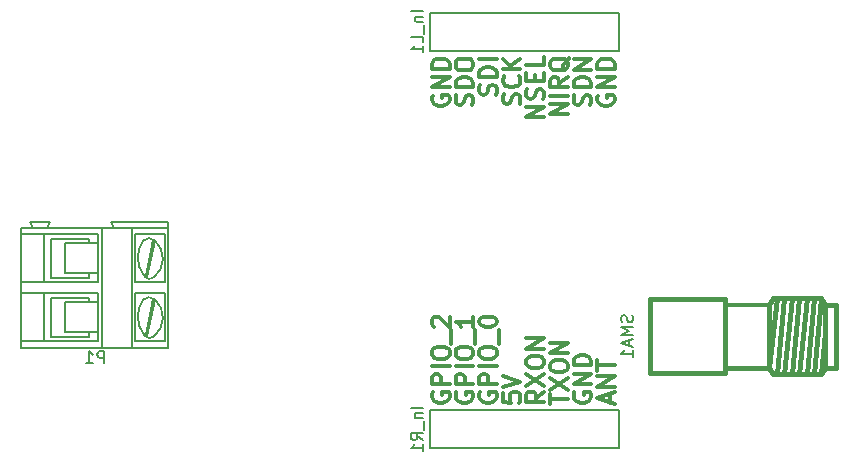
<source format=gbo>
G04 #@! TF.FileFunction,Legend,Bot*
%FSLAX46Y46*%
G04 Gerber Fmt 4.6, Leading zero omitted, Abs format (unit mm)*
G04 Created by KiCad (PCBNEW 4.0.1-3.201512221401+6198~38~ubuntu15.10.1-stable) date sáb 13 feb 2016 13:11:59 CLT*
%MOMM*%
G01*
G04 APERTURE LIST*
%ADD10C,0.150000*%
%ADD11C,0.300000*%
%ADD12C,0.381000*%
%ADD13C,0.318000*%
G04 APERTURE END LIST*
D10*
D11*
X76030800Y-72366686D02*
X76030800Y-71652400D01*
X76459371Y-72509543D02*
X74959371Y-72009543D01*
X76459371Y-71509543D01*
X76459371Y-71009543D02*
X74959371Y-71009543D01*
X76459371Y-70152400D01*
X74959371Y-70152400D01*
X74959371Y-69652400D02*
X74959371Y-68795257D01*
X76459371Y-69223828D02*
X74959371Y-69223828D01*
X61030800Y-46380972D02*
X60959371Y-46523829D01*
X60959371Y-46738115D01*
X61030800Y-46952400D01*
X61173657Y-47095258D01*
X61316514Y-47166686D01*
X61602229Y-47238115D01*
X61816514Y-47238115D01*
X62102229Y-47166686D01*
X62245086Y-47095258D01*
X62387943Y-46952400D01*
X62459371Y-46738115D01*
X62459371Y-46595258D01*
X62387943Y-46380972D01*
X62316514Y-46309543D01*
X61816514Y-46309543D01*
X61816514Y-46595258D01*
X62459371Y-45666686D02*
X60959371Y-45666686D01*
X62459371Y-44809543D01*
X60959371Y-44809543D01*
X62459371Y-44095257D02*
X60959371Y-44095257D01*
X60959371Y-43738114D01*
X61030800Y-43523829D01*
X61173657Y-43380971D01*
X61316514Y-43309543D01*
X61602229Y-43238114D01*
X61816514Y-43238114D01*
X62102229Y-43309543D01*
X62245086Y-43380971D01*
X62387943Y-43523829D01*
X62459371Y-43738114D01*
X62459371Y-44095257D01*
X75030800Y-46380972D02*
X74959371Y-46523829D01*
X74959371Y-46738115D01*
X75030800Y-46952400D01*
X75173657Y-47095258D01*
X75316514Y-47166686D01*
X75602229Y-47238115D01*
X75816514Y-47238115D01*
X76102229Y-47166686D01*
X76245086Y-47095258D01*
X76387943Y-46952400D01*
X76459371Y-46738115D01*
X76459371Y-46595258D01*
X76387943Y-46380972D01*
X76316514Y-46309543D01*
X75816514Y-46309543D01*
X75816514Y-46595258D01*
X76459371Y-45666686D02*
X74959371Y-45666686D01*
X76459371Y-44809543D01*
X74959371Y-44809543D01*
X76459371Y-44095257D02*
X74959371Y-44095257D01*
X74959371Y-43738114D01*
X75030800Y-43523829D01*
X75173657Y-43380971D01*
X75316514Y-43309543D01*
X75602229Y-43238114D01*
X75816514Y-43238114D01*
X76102229Y-43309543D01*
X76245086Y-43380971D01*
X76387943Y-43523829D01*
X76459371Y-43738114D01*
X76459371Y-44095257D01*
X64387943Y-47166686D02*
X64459371Y-46952400D01*
X64459371Y-46595257D01*
X64387943Y-46452400D01*
X64316514Y-46380971D01*
X64173657Y-46309543D01*
X64030800Y-46309543D01*
X63887943Y-46380971D01*
X63816514Y-46452400D01*
X63745086Y-46595257D01*
X63673657Y-46880971D01*
X63602229Y-47023829D01*
X63530800Y-47095257D01*
X63387943Y-47166686D01*
X63245086Y-47166686D01*
X63102229Y-47095257D01*
X63030800Y-47023829D01*
X62959371Y-46880971D01*
X62959371Y-46523829D01*
X63030800Y-46309543D01*
X64459371Y-45666686D02*
X62959371Y-45666686D01*
X62959371Y-45309543D01*
X63030800Y-45095258D01*
X63173657Y-44952400D01*
X63316514Y-44880972D01*
X63602229Y-44809543D01*
X63816514Y-44809543D01*
X64102229Y-44880972D01*
X64245086Y-44952400D01*
X64387943Y-45095258D01*
X64459371Y-45309543D01*
X64459371Y-45666686D01*
X62959371Y-43880972D02*
X62959371Y-43595258D01*
X63030800Y-43452400D01*
X63173657Y-43309543D01*
X63459371Y-43238115D01*
X63959371Y-43238115D01*
X64245086Y-43309543D01*
X64387943Y-43452400D01*
X64459371Y-43595258D01*
X64459371Y-43880972D01*
X64387943Y-44023829D01*
X64245086Y-44166686D01*
X63959371Y-44238115D01*
X63459371Y-44238115D01*
X63173657Y-44166686D01*
X63030800Y-44023829D01*
X62959371Y-43880972D01*
X66387943Y-46309543D02*
X66459371Y-46095257D01*
X66459371Y-45738114D01*
X66387943Y-45595257D01*
X66316514Y-45523828D01*
X66173657Y-45452400D01*
X66030800Y-45452400D01*
X65887943Y-45523828D01*
X65816514Y-45595257D01*
X65745086Y-45738114D01*
X65673657Y-46023828D01*
X65602229Y-46166686D01*
X65530800Y-46238114D01*
X65387943Y-46309543D01*
X65245086Y-46309543D01*
X65102229Y-46238114D01*
X65030800Y-46166686D01*
X64959371Y-46023828D01*
X64959371Y-45666686D01*
X65030800Y-45452400D01*
X66459371Y-44809543D02*
X64959371Y-44809543D01*
X64959371Y-44452400D01*
X65030800Y-44238115D01*
X65173657Y-44095257D01*
X65316514Y-44023829D01*
X65602229Y-43952400D01*
X65816514Y-43952400D01*
X66102229Y-44023829D01*
X66245086Y-44095257D01*
X66387943Y-44238115D01*
X66459371Y-44452400D01*
X66459371Y-44809543D01*
X66459371Y-43309543D02*
X64959371Y-43309543D01*
X68387943Y-47095257D02*
X68459371Y-46880971D01*
X68459371Y-46523828D01*
X68387943Y-46380971D01*
X68316514Y-46309542D01*
X68173657Y-46238114D01*
X68030800Y-46238114D01*
X67887943Y-46309542D01*
X67816514Y-46380971D01*
X67745086Y-46523828D01*
X67673657Y-46809542D01*
X67602229Y-46952400D01*
X67530800Y-47023828D01*
X67387943Y-47095257D01*
X67245086Y-47095257D01*
X67102229Y-47023828D01*
X67030800Y-46952400D01*
X66959371Y-46809542D01*
X66959371Y-46452400D01*
X67030800Y-46238114D01*
X68316514Y-44738114D02*
X68387943Y-44809543D01*
X68459371Y-45023829D01*
X68459371Y-45166686D01*
X68387943Y-45380971D01*
X68245086Y-45523829D01*
X68102229Y-45595257D01*
X67816514Y-45666686D01*
X67602229Y-45666686D01*
X67316514Y-45595257D01*
X67173657Y-45523829D01*
X67030800Y-45380971D01*
X66959371Y-45166686D01*
X66959371Y-45023829D01*
X67030800Y-44809543D01*
X67102229Y-44738114D01*
X68459371Y-44095257D02*
X66959371Y-44095257D01*
X68459371Y-43238114D02*
X67602229Y-43880971D01*
X66959371Y-43238114D02*
X67816514Y-44095257D01*
X70459371Y-48166686D02*
X68959371Y-48166686D01*
X70459371Y-47309543D01*
X68959371Y-47309543D01*
X70387943Y-46666686D02*
X70459371Y-46452400D01*
X70459371Y-46095257D01*
X70387943Y-45952400D01*
X70316514Y-45880971D01*
X70173657Y-45809543D01*
X70030800Y-45809543D01*
X69887943Y-45880971D01*
X69816514Y-45952400D01*
X69745086Y-46095257D01*
X69673657Y-46380971D01*
X69602229Y-46523829D01*
X69530800Y-46595257D01*
X69387943Y-46666686D01*
X69245086Y-46666686D01*
X69102229Y-46595257D01*
X69030800Y-46523829D01*
X68959371Y-46380971D01*
X68959371Y-46023829D01*
X69030800Y-45809543D01*
X69673657Y-45166686D02*
X69673657Y-44666686D01*
X70459371Y-44452400D02*
X70459371Y-45166686D01*
X68959371Y-45166686D01*
X68959371Y-44452400D01*
X70459371Y-43095257D02*
X70459371Y-43809543D01*
X68959371Y-43809543D01*
X72459371Y-47952401D02*
X70959371Y-47952401D01*
X72459371Y-47095258D01*
X70959371Y-47095258D01*
X72459371Y-46380972D02*
X70959371Y-46380972D01*
X72459371Y-44809543D02*
X71745086Y-45309543D01*
X72459371Y-45666686D02*
X70959371Y-45666686D01*
X70959371Y-45095258D01*
X71030800Y-44952400D01*
X71102229Y-44880972D01*
X71245086Y-44809543D01*
X71459371Y-44809543D01*
X71602229Y-44880972D01*
X71673657Y-44952400D01*
X71745086Y-45095258D01*
X71745086Y-45666686D01*
X72602229Y-43166686D02*
X72530800Y-43309543D01*
X72387943Y-43452400D01*
X72173657Y-43666686D01*
X72102229Y-43809543D01*
X72102229Y-43952400D01*
X72459371Y-43880972D02*
X72387943Y-44023829D01*
X72245086Y-44166686D01*
X71959371Y-44238115D01*
X71459371Y-44238115D01*
X71173657Y-44166686D01*
X71030800Y-44023829D01*
X70959371Y-43880972D01*
X70959371Y-43595258D01*
X71030800Y-43452400D01*
X71173657Y-43309543D01*
X71459371Y-43238115D01*
X71959371Y-43238115D01*
X72245086Y-43309543D01*
X72387943Y-43452400D01*
X72459371Y-43595258D01*
X72459371Y-43880972D01*
X74387943Y-47166686D02*
X74459371Y-46952400D01*
X74459371Y-46595257D01*
X74387943Y-46452400D01*
X74316514Y-46380971D01*
X74173657Y-46309543D01*
X74030800Y-46309543D01*
X73887943Y-46380971D01*
X73816514Y-46452400D01*
X73745086Y-46595257D01*
X73673657Y-46880971D01*
X73602229Y-47023829D01*
X73530800Y-47095257D01*
X73387943Y-47166686D01*
X73245086Y-47166686D01*
X73102229Y-47095257D01*
X73030800Y-47023829D01*
X72959371Y-46880971D01*
X72959371Y-46523829D01*
X73030800Y-46309543D01*
X74459371Y-45666686D02*
X72959371Y-45666686D01*
X72959371Y-45309543D01*
X73030800Y-45095258D01*
X73173657Y-44952400D01*
X73316514Y-44880972D01*
X73602229Y-44809543D01*
X73816514Y-44809543D01*
X74102229Y-44880972D01*
X74245086Y-44952400D01*
X74387943Y-45095258D01*
X74459371Y-45309543D01*
X74459371Y-45666686D01*
X74459371Y-44166686D02*
X72959371Y-44166686D01*
X74459371Y-43309543D01*
X72959371Y-43309543D01*
X61030800Y-71509543D02*
X60959371Y-71652400D01*
X60959371Y-71866686D01*
X61030800Y-72080971D01*
X61173657Y-72223829D01*
X61316514Y-72295257D01*
X61602229Y-72366686D01*
X61816514Y-72366686D01*
X62102229Y-72295257D01*
X62245086Y-72223829D01*
X62387943Y-72080971D01*
X62459371Y-71866686D01*
X62459371Y-71723829D01*
X62387943Y-71509543D01*
X62316514Y-71438114D01*
X61816514Y-71438114D01*
X61816514Y-71723829D01*
X62459371Y-70795257D02*
X60959371Y-70795257D01*
X60959371Y-70223829D01*
X61030800Y-70080971D01*
X61102229Y-70009543D01*
X61245086Y-69938114D01*
X61459371Y-69938114D01*
X61602229Y-70009543D01*
X61673657Y-70080971D01*
X61745086Y-70223829D01*
X61745086Y-70795257D01*
X62459371Y-69295257D02*
X60959371Y-69295257D01*
X60959371Y-68295257D02*
X60959371Y-68009543D01*
X61030800Y-67866685D01*
X61173657Y-67723828D01*
X61459371Y-67652400D01*
X61959371Y-67652400D01*
X62245086Y-67723828D01*
X62387943Y-67866685D01*
X62459371Y-68009543D01*
X62459371Y-68295257D01*
X62387943Y-68438114D01*
X62245086Y-68580971D01*
X61959371Y-68652400D01*
X61459371Y-68652400D01*
X61173657Y-68580971D01*
X61030800Y-68438114D01*
X60959371Y-68295257D01*
X62602229Y-67366685D02*
X62602229Y-66223828D01*
X61102229Y-65938114D02*
X61030800Y-65866685D01*
X60959371Y-65723828D01*
X60959371Y-65366685D01*
X61030800Y-65223828D01*
X61102229Y-65152399D01*
X61245086Y-65080971D01*
X61387943Y-65080971D01*
X61602229Y-65152399D01*
X62459371Y-66009542D01*
X62459371Y-65080971D01*
X63030800Y-71509543D02*
X62959371Y-71652400D01*
X62959371Y-71866686D01*
X63030800Y-72080971D01*
X63173657Y-72223829D01*
X63316514Y-72295257D01*
X63602229Y-72366686D01*
X63816514Y-72366686D01*
X64102229Y-72295257D01*
X64245086Y-72223829D01*
X64387943Y-72080971D01*
X64459371Y-71866686D01*
X64459371Y-71723829D01*
X64387943Y-71509543D01*
X64316514Y-71438114D01*
X63816514Y-71438114D01*
X63816514Y-71723829D01*
X64459371Y-70795257D02*
X62959371Y-70795257D01*
X62959371Y-70223829D01*
X63030800Y-70080971D01*
X63102229Y-70009543D01*
X63245086Y-69938114D01*
X63459371Y-69938114D01*
X63602229Y-70009543D01*
X63673657Y-70080971D01*
X63745086Y-70223829D01*
X63745086Y-70795257D01*
X64459371Y-69295257D02*
X62959371Y-69295257D01*
X62959371Y-68295257D02*
X62959371Y-68009543D01*
X63030800Y-67866685D01*
X63173657Y-67723828D01*
X63459371Y-67652400D01*
X63959371Y-67652400D01*
X64245086Y-67723828D01*
X64387943Y-67866685D01*
X64459371Y-68009543D01*
X64459371Y-68295257D01*
X64387943Y-68438114D01*
X64245086Y-68580971D01*
X63959371Y-68652400D01*
X63459371Y-68652400D01*
X63173657Y-68580971D01*
X63030800Y-68438114D01*
X62959371Y-68295257D01*
X64602229Y-67366685D02*
X64602229Y-66223828D01*
X64459371Y-65080971D02*
X64459371Y-65938114D01*
X64459371Y-65509542D02*
X62959371Y-65509542D01*
X63173657Y-65652399D01*
X63316514Y-65795257D01*
X63387943Y-65938114D01*
X65030800Y-71509543D02*
X64959371Y-71652400D01*
X64959371Y-71866686D01*
X65030800Y-72080971D01*
X65173657Y-72223829D01*
X65316514Y-72295257D01*
X65602229Y-72366686D01*
X65816514Y-72366686D01*
X66102229Y-72295257D01*
X66245086Y-72223829D01*
X66387943Y-72080971D01*
X66459371Y-71866686D01*
X66459371Y-71723829D01*
X66387943Y-71509543D01*
X66316514Y-71438114D01*
X65816514Y-71438114D01*
X65816514Y-71723829D01*
X66459371Y-70795257D02*
X64959371Y-70795257D01*
X64959371Y-70223829D01*
X65030800Y-70080971D01*
X65102229Y-70009543D01*
X65245086Y-69938114D01*
X65459371Y-69938114D01*
X65602229Y-70009543D01*
X65673657Y-70080971D01*
X65745086Y-70223829D01*
X65745086Y-70795257D01*
X66459371Y-69295257D02*
X64959371Y-69295257D01*
X64959371Y-68295257D02*
X64959371Y-68009543D01*
X65030800Y-67866685D01*
X65173657Y-67723828D01*
X65459371Y-67652400D01*
X65959371Y-67652400D01*
X66245086Y-67723828D01*
X66387943Y-67866685D01*
X66459371Y-68009543D01*
X66459371Y-68295257D01*
X66387943Y-68438114D01*
X66245086Y-68580971D01*
X65959371Y-68652400D01*
X65459371Y-68652400D01*
X65173657Y-68580971D01*
X65030800Y-68438114D01*
X64959371Y-68295257D01*
X66602229Y-67366685D02*
X66602229Y-66223828D01*
X64959371Y-65580971D02*
X64959371Y-65438114D01*
X65030800Y-65295257D01*
X65102229Y-65223828D01*
X65245086Y-65152399D01*
X65530800Y-65080971D01*
X65887943Y-65080971D01*
X66173657Y-65152399D01*
X66316514Y-65223828D01*
X66387943Y-65295257D01*
X66459371Y-65438114D01*
X66459371Y-65580971D01*
X66387943Y-65723828D01*
X66316514Y-65795257D01*
X66173657Y-65866685D01*
X65887943Y-65938114D01*
X65530800Y-65938114D01*
X65245086Y-65866685D01*
X65102229Y-65795257D01*
X65030800Y-65723828D01*
X64959371Y-65580971D01*
X70959371Y-72509543D02*
X70959371Y-71652400D01*
X72459371Y-72080971D02*
X70959371Y-72080971D01*
X70959371Y-71295257D02*
X72459371Y-70295257D01*
X70959371Y-70295257D02*
X72459371Y-71295257D01*
X70959371Y-69438115D02*
X70959371Y-69152401D01*
X71030800Y-69009543D01*
X71173657Y-68866686D01*
X71459371Y-68795258D01*
X71959371Y-68795258D01*
X72245086Y-68866686D01*
X72387943Y-69009543D01*
X72459371Y-69152401D01*
X72459371Y-69438115D01*
X72387943Y-69580972D01*
X72245086Y-69723829D01*
X71959371Y-69795258D01*
X71459371Y-69795258D01*
X71173657Y-69723829D01*
X71030800Y-69580972D01*
X70959371Y-69438115D01*
X72459371Y-68152400D02*
X70959371Y-68152400D01*
X72459371Y-67295257D01*
X70959371Y-67295257D01*
X70459371Y-71438114D02*
X69745086Y-71938114D01*
X70459371Y-72295257D02*
X68959371Y-72295257D01*
X68959371Y-71723829D01*
X69030800Y-71580971D01*
X69102229Y-71509543D01*
X69245086Y-71438114D01*
X69459371Y-71438114D01*
X69602229Y-71509543D01*
X69673657Y-71580971D01*
X69745086Y-71723829D01*
X69745086Y-72295257D01*
X68959371Y-70938114D02*
X70459371Y-69938114D01*
X68959371Y-69938114D02*
X70459371Y-70938114D01*
X68959371Y-69080972D02*
X68959371Y-68795258D01*
X69030800Y-68652400D01*
X69173657Y-68509543D01*
X69459371Y-68438115D01*
X69959371Y-68438115D01*
X70245086Y-68509543D01*
X70387943Y-68652400D01*
X70459371Y-68795258D01*
X70459371Y-69080972D01*
X70387943Y-69223829D01*
X70245086Y-69366686D01*
X69959371Y-69438115D01*
X69459371Y-69438115D01*
X69173657Y-69366686D01*
X69030800Y-69223829D01*
X68959371Y-69080972D01*
X70459371Y-67795257D02*
X68959371Y-67795257D01*
X70459371Y-66938114D01*
X68959371Y-66938114D01*
X66959371Y-71580971D02*
X66959371Y-72295257D01*
X67673657Y-72366686D01*
X67602229Y-72295257D01*
X67530800Y-72152400D01*
X67530800Y-71795257D01*
X67602229Y-71652400D01*
X67673657Y-71580971D01*
X67816514Y-71509543D01*
X68173657Y-71509543D01*
X68316514Y-71580971D01*
X68387943Y-71652400D01*
X68459371Y-71795257D01*
X68459371Y-72152400D01*
X68387943Y-72295257D01*
X68316514Y-72366686D01*
X66959371Y-71080972D02*
X68459371Y-70580972D01*
X66959371Y-70080972D01*
X73030800Y-71509543D02*
X72959371Y-71652400D01*
X72959371Y-71866686D01*
X73030800Y-72080971D01*
X73173657Y-72223829D01*
X73316514Y-72295257D01*
X73602229Y-72366686D01*
X73816514Y-72366686D01*
X74102229Y-72295257D01*
X74245086Y-72223829D01*
X74387943Y-72080971D01*
X74459371Y-71866686D01*
X74459371Y-71723829D01*
X74387943Y-71509543D01*
X74316514Y-71438114D01*
X73816514Y-71438114D01*
X73816514Y-71723829D01*
X74459371Y-70795257D02*
X72959371Y-70795257D01*
X74459371Y-69938114D01*
X72959371Y-69938114D01*
X74459371Y-69223828D02*
X72959371Y-69223828D01*
X72959371Y-68866685D01*
X73030800Y-68652400D01*
X73173657Y-68509542D01*
X73316514Y-68438114D01*
X73602229Y-68366685D01*
X73816514Y-68366685D01*
X74102229Y-68438114D01*
X74245086Y-68509542D01*
X74387943Y-68652400D01*
X74459371Y-68866685D01*
X74459371Y-69223828D01*
D10*
X29883100Y-66412000D02*
X29883100Y-63872000D01*
X29883100Y-63872000D02*
X32677100Y-63872000D01*
X32677100Y-66412000D02*
X32677100Y-63872000D01*
X29883100Y-66412000D02*
X32677100Y-66412000D01*
X29883100Y-61408200D02*
X29883100Y-58868200D01*
X29883100Y-58868200D02*
X32677100Y-58868200D01*
X32677100Y-61408200D02*
X32677100Y-58868200D01*
X29883100Y-61408200D02*
X32677100Y-61408200D01*
X38646100Y-57547400D02*
X35598100Y-57547400D01*
X38646100Y-57547400D02*
X38646100Y-67732400D01*
X38646100Y-57547400D02*
X38646100Y-57039400D01*
X38646100Y-57039400D02*
X33820100Y-57039400D01*
X33820100Y-57039400D02*
X34074100Y-57547400D01*
X26962100Y-57039400D02*
X27216100Y-57547400D01*
X27216100Y-57547400D02*
X26200100Y-57547400D01*
X28613100Y-57039400D02*
X28359100Y-57547400D01*
X28359100Y-57547400D02*
X27216100Y-57547400D01*
X28613100Y-57039400D02*
X26962100Y-57039400D01*
X26200100Y-62170200D02*
X28105100Y-62170200D01*
X32677100Y-58106200D02*
X28105100Y-58106200D01*
X26200100Y-62170200D02*
X26200100Y-58106200D01*
X26200100Y-58106200D02*
X26200100Y-57547400D01*
X26200100Y-63110000D02*
X28105100Y-63110000D01*
X26200100Y-63110000D02*
X26200100Y-62170200D01*
X32677100Y-67174000D02*
X28105100Y-67174000D01*
X26200100Y-67732400D02*
X26200100Y-67174000D01*
X26200100Y-67174000D02*
X26200100Y-63110000D01*
X28105100Y-62170200D02*
X28105100Y-58106200D01*
X28105100Y-62170200D02*
X32677100Y-62170200D01*
X28105100Y-58106200D02*
X26200100Y-58106200D01*
X28105100Y-63110000D02*
X28105100Y-67174000D01*
X28105100Y-63110000D02*
X32677100Y-63110000D01*
X28105100Y-67174000D02*
X26200100Y-67174000D01*
X28740100Y-58487200D02*
X31915100Y-58487200D01*
X28740100Y-58487200D02*
X28740100Y-61789200D01*
X28740100Y-61789200D02*
X31915100Y-61789200D01*
X28740100Y-63491000D02*
X31915100Y-63491000D01*
X28740100Y-63491000D02*
X28740100Y-66793000D01*
X28740100Y-66793000D02*
X31915100Y-66793000D01*
X31915100Y-66793000D02*
X31915100Y-66412000D01*
X31915100Y-63491000D02*
X31915100Y-63872000D01*
X31915100Y-61789200D02*
X31915100Y-61408200D01*
X31915100Y-58487200D02*
X31915100Y-58868200D01*
X26200100Y-67732400D02*
X33058100Y-67732400D01*
X33058100Y-67732400D02*
X35598100Y-67732400D01*
X34074100Y-57547400D02*
X33058100Y-57547400D01*
X33058100Y-57547400D02*
X28359100Y-57547400D01*
X35598100Y-67732400D02*
X35598100Y-57547400D01*
X35598100Y-67732400D02*
X38646100Y-67732400D01*
X35598100Y-57547400D02*
X34074100Y-57547400D01*
X35852100Y-62170200D02*
X38392100Y-62170200D01*
X38392100Y-62170200D02*
X38392100Y-58106200D01*
X38392100Y-58106200D02*
X35852100Y-58106200D01*
X35852100Y-58106200D02*
X35852100Y-62170200D01*
X35852100Y-63110000D02*
X38392100Y-63110000D01*
X35852100Y-63110000D02*
X35852100Y-67174000D01*
X35852100Y-67174000D02*
X38392100Y-67174000D01*
X38392100Y-63110000D02*
X38392100Y-67174000D01*
X36868100Y-61763800D02*
X37503100Y-58715800D01*
X36741100Y-61636800D02*
X37376100Y-58588800D01*
X36868100Y-66767600D02*
X37503100Y-63717060D01*
X36741100Y-66640600D02*
X37376100Y-63592600D01*
X32677100Y-67174000D02*
X32677100Y-66793000D01*
X32677100Y-63110000D02*
X32677100Y-63491000D01*
X32677100Y-63491000D02*
X32677100Y-66793000D01*
X33058100Y-67732400D02*
X33058100Y-66793000D01*
X33058100Y-66793000D02*
X33058100Y-63491000D01*
X33058100Y-63491000D02*
X33058100Y-61789200D01*
X33058100Y-57547400D02*
X33058100Y-58487200D01*
X33058100Y-58487200D02*
X33058100Y-61789200D01*
X32677100Y-58106200D02*
X32677100Y-58487200D01*
X32677100Y-62170200D02*
X32677100Y-61789200D01*
X32677100Y-61789200D02*
X32677100Y-58487200D01*
X36508530Y-58669428D02*
G75*
G02X37475160Y-58616740I509430J-452772D01*
G01*
X36588204Y-61612128D02*
G75*
G02X36540440Y-58624360I1905496J1524728D01*
G01*
X37479944Y-58612989D02*
G75*
G02X37426900Y-61763800I-1348444J-1553151D01*
G01*
X37476581Y-61712497D02*
G75*
G02X36550600Y-61570760I-407821J431297D01*
G01*
X36505990Y-63673251D02*
G75*
G02X37475160Y-63618000I511970J-452749D01*
G01*
X36588204Y-66613388D02*
G75*
G02X36540440Y-63625620I1905496J1524728D01*
G01*
X37484947Y-63610827D02*
G75*
G02X37426900Y-66767600I-1353447J-1554033D01*
G01*
X37474119Y-66716920D02*
G75*
G02X36550600Y-66572020I-405359J431920D01*
G01*
D12*
X93941900Y-69931280D02*
X94256860Y-66471800D01*
X93311980Y-69931280D02*
X93941900Y-63545720D01*
X92682060Y-69931280D02*
X93311980Y-63545720D01*
X92049600Y-69931280D02*
X92682060Y-63545720D01*
X91419680Y-69931280D02*
X92049600Y-63545720D01*
X90789760Y-69931280D02*
X91419680Y-63545720D01*
X90159840Y-69931280D02*
X90789760Y-63545720D01*
X90159840Y-63545720D02*
X89529920Y-69397880D01*
X94256860Y-69397880D02*
X95201740Y-69397880D01*
X95201740Y-64079120D02*
X95201740Y-69397880D01*
X94256860Y-64079120D02*
X95201740Y-64079120D01*
X94256860Y-64079120D02*
X93941900Y-63545720D01*
X93941900Y-69931280D02*
X94256860Y-69397880D01*
X94256860Y-69397880D02*
X94256860Y-64079120D01*
X89844880Y-69931280D02*
X93941900Y-69931280D01*
X89529920Y-69397880D02*
X89844880Y-69931280D01*
X93941900Y-63545720D02*
X89844880Y-63545720D01*
X89844880Y-63545720D02*
X89529920Y-64079120D01*
X89529920Y-64079120D02*
X89529920Y-69397880D01*
D13*
X85750400Y-64079120D02*
X89529920Y-64079120D01*
D12*
X85750400Y-69397880D02*
X89529920Y-69397880D01*
X79451200Y-69888100D02*
X79451200Y-63588900D01*
X85750400Y-69888100D02*
X85750400Y-63588900D01*
X85750400Y-63588900D02*
X79451200Y-63588900D01*
X79451200Y-69888100D02*
X85750400Y-69888100D01*
D10*
X76780800Y-42608300D02*
X76780800Y-39408300D01*
X60780800Y-42608300D02*
X60780800Y-39408300D01*
X60780800Y-42608300D02*
X76780800Y-42608300D01*
X60780800Y-39408300D02*
X76780800Y-39408300D01*
X76780800Y-76202400D02*
X76780800Y-73002400D01*
X60780800Y-76202400D02*
X60780800Y-73002400D01*
X60780800Y-76202400D02*
X76780800Y-76202400D01*
X60780800Y-73002400D02*
X76780800Y-73002400D01*
X33199295Y-69033781D02*
X33199295Y-68033781D01*
X32818342Y-68033781D01*
X32723104Y-68081400D01*
X32675485Y-68129019D01*
X32627866Y-68224257D01*
X32627866Y-68367114D01*
X32675485Y-68462352D01*
X32723104Y-68509971D01*
X32818342Y-68557590D01*
X33199295Y-68557590D01*
X31675485Y-69033781D02*
X32246914Y-69033781D01*
X31961200Y-69033781D02*
X31961200Y-68033781D01*
X32056438Y-68176638D01*
X32151676Y-68271876D01*
X32246914Y-68319495D01*
X77925562Y-64976595D02*
X77973181Y-65119452D01*
X77973181Y-65357548D01*
X77925562Y-65452786D01*
X77877943Y-65500405D01*
X77782705Y-65548024D01*
X77687467Y-65548024D01*
X77592229Y-65500405D01*
X77544610Y-65452786D01*
X77496990Y-65357548D01*
X77449371Y-65167071D01*
X77401752Y-65071833D01*
X77354133Y-65024214D01*
X77258895Y-64976595D01*
X77163657Y-64976595D01*
X77068419Y-65024214D01*
X77020800Y-65071833D01*
X76973181Y-65167071D01*
X76973181Y-65405167D01*
X77020800Y-65548024D01*
X77973181Y-65976595D02*
X76973181Y-65976595D01*
X77687467Y-66309929D01*
X76973181Y-66643262D01*
X77973181Y-66643262D01*
X77687467Y-67071833D02*
X77687467Y-67548024D01*
X77973181Y-66976595D02*
X76973181Y-67309928D01*
X77973181Y-67643262D01*
X77973181Y-68500405D02*
X77973181Y-67928976D01*
X77973181Y-68214690D02*
X76973181Y-68214690D01*
X77116038Y-68119452D01*
X77211276Y-68024214D01*
X77258895Y-67928976D01*
X60180481Y-39230514D02*
X59180481Y-39230514D01*
X59513814Y-39706704D02*
X60180481Y-39706704D01*
X59609052Y-39706704D02*
X59561433Y-39754323D01*
X59513814Y-39849561D01*
X59513814Y-39992419D01*
X59561433Y-40087657D01*
X59656671Y-40135276D01*
X60180481Y-40135276D01*
X60275719Y-40373371D02*
X60275719Y-41135276D01*
X60180481Y-41849562D02*
X60180481Y-41373371D01*
X59180481Y-41373371D01*
X60180481Y-42706705D02*
X60180481Y-42135276D01*
X60180481Y-42420990D02*
X59180481Y-42420990D01*
X59323338Y-42325752D01*
X59418576Y-42230514D01*
X59466195Y-42135276D01*
X60180481Y-72802976D02*
X59180481Y-72802976D01*
X59513814Y-73279166D02*
X60180481Y-73279166D01*
X59609052Y-73279166D02*
X59561433Y-73326785D01*
X59513814Y-73422023D01*
X59513814Y-73564881D01*
X59561433Y-73660119D01*
X59656671Y-73707738D01*
X60180481Y-73707738D01*
X60275719Y-73945833D02*
X60275719Y-74707738D01*
X60180481Y-75517262D02*
X59704290Y-75183928D01*
X60180481Y-74945833D02*
X59180481Y-74945833D01*
X59180481Y-75326786D01*
X59228100Y-75422024D01*
X59275719Y-75469643D01*
X59370957Y-75517262D01*
X59513814Y-75517262D01*
X59609052Y-75469643D01*
X59656671Y-75422024D01*
X59704290Y-75326786D01*
X59704290Y-74945833D01*
X60180481Y-76469643D02*
X60180481Y-75898214D01*
X60180481Y-76183928D02*
X59180481Y-76183928D01*
X59323338Y-76088690D01*
X59418576Y-75993452D01*
X59466195Y-75898214D01*
M02*

</source>
